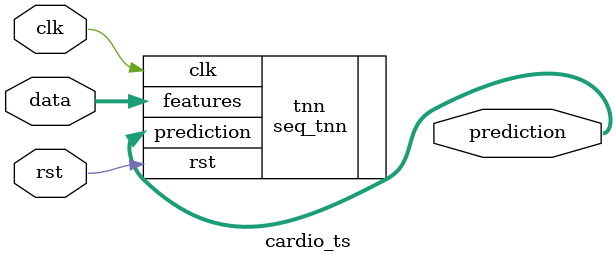
<source format=v>












module cardio_ts #(

parameter FEAT_CNT = 19,
parameter HIDDEN_CNT = 40,
parameter FEAT_BITS = 4,
parameter CLASS_CNT = 3,
parameter TEST_CNT = 1000




  ) (
  input clk,
  input rst,
  input [FEAT_CNT*FEAT_BITS-1:0] data,
  output [$clog2(CLASS_CNT)-1:0] prediction
  );

  seq_tnn #(
      .FEAT_CNT(FEAT_CNT),.FEAT_BITS(FEAT_BITS),.HIDDEN_CNT(HIDDEN_CNT),.CLASS_CNT(CLASS_CNT),
  .SPARSE_VALS(760'b0011110101000000000000001000000001110001101000000000010001101010101110111010110011001000000010000001100000000010000000000010000000000100011001001110001010001100101001010111000000010000000000010000000010000000000000001110100000011001111010110000011000011000100000000000001000000011000000000010001000001000100000011000110100110000000100100101100001010011000010010001011101111000000101000001001100000010000010000000001100100000100100000000000000000000000100000000100100100011010000000100010000100001100001000001000100000001000000011000010000001000000001000100000010001000000001001010010000010001111000100000000000000100000001010010100010010010011000000000100000100000101000000000000001011110100001000000001000001000000110001000000101001000000100000000000100010111),
  .MASK(760'b0011111101000100000001011100111001110001111111110111110111111110101110111110111111101000000011010001100100000011110101000011011101101101111101001110001110101111101011010111010000010001000111110100110011010100010000011110111100011001111110110000011010011110111110001000001010000011010100010110001111011010101100011010111100111100011100110111100101010011000010010001011111111101110111001011101111001110000010011010011100111000111100010000110000100100001100011000100100100011010100000110110100100001110001001101010101010001010110011000010000011000000101110110000010101010110101001010110100011101111000110001111100111101000001010010111110010010011010100000100000110100101001010001001011011110100001001001001000001111010111111000000111101100000100000110010111010111),
  .NONZERO_CNT(640'h07080a0a0c0c090b070a0b08080d040b0a08080d0b0904080906090a08090c110a0c070909090b0b),
  .SPARSE_VALS2(39'b101110010111100011111111011101111110001),  // Bits of not-zeroes
  .COL_INDICES(312'h26211f1b130f0d0b080705040225211e1c1b0f0c090706050201252421201c1b1a18110c0a0301), // Column of non-zeros
  .ROW_PTRS(32'h271a0d00) // Column of non-zeros // Start indices per row
      ) tnn (
    .clk(clk),
    .rst(rst),
    .features(data),
    .prediction(prediction)
  );

endmodule

</source>
